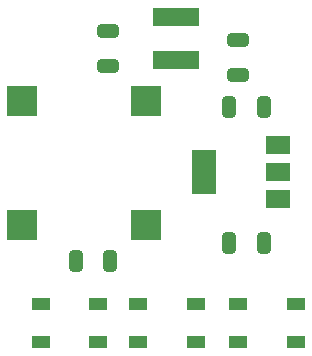
<source format=gbr>
G04 #@! TF.GenerationSoftware,KiCad,Pcbnew,7.0.2-6a45011f42~172~ubuntu22.04.1*
G04 #@! TF.CreationDate,2023-06-14T15:20:01+02:00*
G04 #@! TF.ProjectId,imu_module,696d755f-6d6f-4647-956c-652e6b696361,rev?*
G04 #@! TF.SameCoordinates,Original*
G04 #@! TF.FileFunction,Paste,Bot*
G04 #@! TF.FilePolarity,Positive*
%FSLAX46Y46*%
G04 Gerber Fmt 4.6, Leading zero omitted, Abs format (unit mm)*
G04 Created by KiCad (PCBNEW 7.0.2-6a45011f42~172~ubuntu22.04.1) date 2023-06-14 15:20:01*
%MOMM*%
%LPD*%
G01*
G04 APERTURE LIST*
G04 Aperture macros list*
%AMRoundRect*
0 Rectangle with rounded corners*
0 $1 Rounding radius*
0 $2 $3 $4 $5 $6 $7 $8 $9 X,Y pos of 4 corners*
0 Add a 4 corners polygon primitive as box body*
4,1,4,$2,$3,$4,$5,$6,$7,$8,$9,$2,$3,0*
0 Add four circle primitives for the rounded corners*
1,1,$1+$1,$2,$3*
1,1,$1+$1,$4,$5*
1,1,$1+$1,$6,$7*
1,1,$1+$1,$8,$9*
0 Add four rect primitives between the rounded corners*
20,1,$1+$1,$2,$3,$4,$5,0*
20,1,$1+$1,$4,$5,$6,$7,0*
20,1,$1+$1,$6,$7,$8,$9,0*
20,1,$1+$1,$8,$9,$2,$3,0*%
G04 Aperture macros list end*
%ADD10R,4.000000X1.500000*%
%ADD11R,1.500000X1.000000*%
%ADD12R,2.500000X2.500000*%
%ADD13RoundRect,0.250000X0.325000X0.650000X-0.325000X0.650000X-0.325000X-0.650000X0.325000X-0.650000X0*%
%ADD14R,2.000000X1.500000*%
%ADD15R,2.000000X3.800000*%
%ADD16RoundRect,0.250000X0.650000X-0.325000X0.650000X0.325000X-0.650000X0.325000X-0.650000X-0.325000X0*%
%ADD17RoundRect,0.250000X-0.650000X0.325000X-0.650000X-0.325000X0.650000X-0.325000X0.650000X0.325000X0*%
%ADD18RoundRect,0.250000X-0.325000X-0.650000X0.325000X-0.650000X0.325000X0.650000X-0.325000X0.650000X0*%
G04 APERTURE END LIST*
D10*
X15750000Y-6500000D03*
X15750000Y-2900000D03*
D11*
X21050000Y-27150000D03*
X21050000Y-30350000D03*
X25950000Y-30350000D03*
X25950000Y-27150000D03*
X12550000Y-27150000D03*
X12550000Y-30350000D03*
X17450000Y-30350000D03*
X17450000Y-27150000D03*
X4300000Y-27150000D03*
X4300000Y-30350000D03*
X9200000Y-30350000D03*
X9200000Y-27150000D03*
D12*
X2750000Y-20500000D03*
X2750000Y-10000000D03*
X13250000Y-10000000D03*
X13250000Y-20500000D03*
D13*
X23225000Y-10500000D03*
X20275000Y-10500000D03*
X23225000Y-22000000D03*
X20275000Y-22000000D03*
D14*
X24400000Y-13700000D03*
X24400000Y-16000000D03*
D15*
X18100000Y-16000000D03*
D14*
X24400000Y-18300000D03*
D16*
X10000000Y-6975000D03*
X10000000Y-4025000D03*
D17*
X21000000Y-4800000D03*
X21000000Y-7750000D03*
D18*
X7275000Y-23500000D03*
X10225000Y-23500000D03*
M02*

</source>
